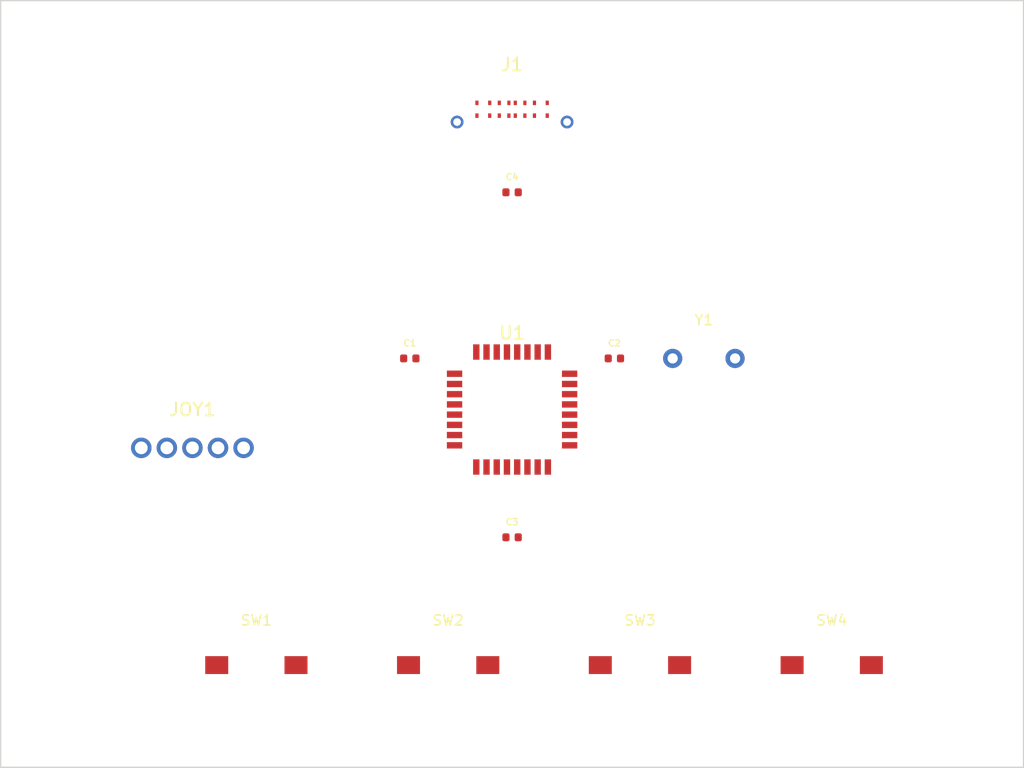
<source format=kicad_pcb>
(kicad_pcb (version 20240108) (generator "kicad-tools-demo") (generator_version "8.0")
  (layers (0 "F.Cu" signal) (31 "B.Cu" signal) (34 "B.Paste" user) (35 "F.Paste" user) (36 "B.SilkS" user "B.Silkscreen") (37 "F.SilkS" user "F.Silkscreen") (38 "B.Mask" user) (39 "F.Mask" user) (44 "Edge.Cuts" user))
  (net 0 "")
  (net 1 "VBUS")
  (net 2 "VCC")
  (net 3 "GND")
  (net 4 "USB_D+")
  (net 5 "USB_D-")
  (net 6 "USB_CC1")
  (net 7 "USB_CC2")
  (net 8 "JOY_X")
  (net 9 "JOY_Y")
  (net 10 "JOY_BTN")
  (net 11 "BTN1")
  (net 12 "BTN2")
  (net 13 "BTN3")
  (net 14 "BTN4")
  (net 15 "XTAL1")
  (net 16 "XTAL2")
  (gr_rect (start 100.0 100.0) (end 180.0 160.0) (stroke (width 0.1)) (fill none) (layer "Edge.Cuts"))
  (footprint "Package_QFP:TQFP-32_7x7mm_P0.8mm" (layer "F.Cu") (at 140.0 132.0)
    (fp_text reference "U1" (at 0 -6) (layer "F.SilkS"))
    (fp_text value "MCU")
    (pad "1" smd rect (at -4.500 -2.800) (size 1.2 0.5) (layers "F.Cu" "F.Paste" "F.Mask") (net 3 "GND"))
    (pad "2" smd rect (at -4.500 -2.000) (size 1.2 0.5) (layers "F.Cu" "F.Paste" "F.Mask") (net 15 "XTAL1"))
    (pad "3" smd rect (at -4.500 -1.200) (size 1.2 0.5) (layers "F.Cu" "F.Paste" "F.Mask") (net 16 "XTAL2"))
    (pad "4" smd rect (at -4.500 -0.400) (size 1.2 0.5) (layers "F.Cu" "F.Paste" "F.Mask") (net 2 "VCC"))
    (pad "5" smd rect (at -4.500 0.400) (size 1.2 0.5) (layers "F.Cu" "F.Paste" "F.Mask"))
    (pad "6" smd rect (at -4.500 1.200) (size 1.2 0.5) (layers "F.Cu" "F.Paste" "F.Mask"))
    (pad "7" smd rect (at -4.500 2.000) (size 1.2 0.5) (layers "F.Cu" "F.Paste" "F.Mask") (net 3 "GND"))
    (pad "8" smd rect (at -4.500 2.800) (size 1.2 0.5) (layers "F.Cu" "F.Paste" "F.Mask") (net 2 "VCC"))
    (pad "9" smd rect (at -2.800 4.500) (size 0.5 1.2) (layers "F.Cu" "F.Paste" "F.Mask") (net 8 "JOY_X"))
    (pad "10" smd rect (at -2.000 4.500) (size 0.5 1.2) (layers "F.Cu" "F.Paste" "F.Mask") (net 9 "JOY_Y"))
    (pad "11" smd rect (at -1.200 4.500) (size 0.5 1.2) (layers "F.Cu" "F.Paste" "F.Mask") (net 10 "JOY_BTN"))
    (pad "12" smd rect (at -0.400 4.500) (size 0.5 1.2) (layers "F.Cu" "F.Paste" "F.Mask") (net 11 "BTN1"))
    (pad "13" smd rect (at 0.400 4.500) (size 0.5 1.2) (layers "F.Cu" "F.Paste" "F.Mask") (net 12 "BTN2"))
    (pad "14" smd rect (at 1.200 4.500) (size 0.5 1.2) (layers "F.Cu" "F.Paste" "F.Mask") (net 13 "BTN3"))
    (pad "15" smd rect (at 2.000 4.500) (size 0.5 1.2) (layers "F.Cu" "F.Paste" "F.Mask") (net 14 "BTN4"))
    (pad "16" smd rect (at 2.800 4.500) (size 0.5 1.2) (layers "F.Cu" "F.Paste" "F.Mask") (net 3 "GND"))
    (pad "17" smd rect (at 4.500 -2.800) (size 1.2 0.5) (layers "F.Cu" "F.Paste" "F.Mask") (net 2 "VCC"))
    (pad "18" smd rect (at 4.500 -2.000) (size 1.2 0.5) (layers "F.Cu" "F.Paste" "F.Mask"))
    (pad "19" smd rect (at 4.500 -1.200) (size 1.2 0.5) (layers "F.Cu" "F.Paste" "F.Mask"))
    (pad "20" smd rect (at 4.500 -0.400) (size 1.2 0.5) (layers "F.Cu" "F.Paste" "F.Mask"))
    (pad "21" smd rect (at 4.500 0.400) (size 1.2 0.5) (layers "F.Cu" "F.Paste" "F.Mask"))
    (pad "22" smd rect (at 4.500 1.200) (size 1.2 0.5) (layers "F.Cu" "F.Paste" "F.Mask"))
    (pad "23" smd rect (at 4.500 2.000) (size 1.2 0.5) (layers "F.Cu" "F.Paste" "F.Mask") (net 3 "GND"))
    (pad "24" smd rect (at 4.500 2.800) (size 1.2 0.5) (layers "F.Cu" "F.Paste" "F.Mask") (net 2 "VCC"))
    (pad "25" smd rect (at 2.800 -4.500) (size 0.5 1.2) (layers "F.Cu" "F.Paste" "F.Mask") (net 3 "GND"))
    (pad "26" smd rect (at 2.000 -4.500) (size 0.5 1.2) (layers "F.Cu" "F.Paste" "F.Mask") (net 7 "USB_CC2"))
    (pad "27" smd rect (at 1.200 -4.500) (size 0.5 1.2) (layers "F.Cu" "F.Paste" "F.Mask") (net 6 "USB_CC1"))
    (pad "28" smd rect (at 0.400 -4.500) (size 0.5 1.2) (layers "F.Cu" "F.Paste" "F.Mask") (net 5 "USB_D-"))
    (pad "29" smd rect (at -0.400 -4.500) (size 0.5 1.2) (layers "F.Cu" "F.Paste" "F.Mask") (net 4 "USB_D+"))
    (pad "30" smd rect (at -1.200 -4.500) (size 0.5 1.2) (layers "F.Cu" "F.Paste" "F.Mask") (net 1 "VBUS"))
    (pad "31" smd rect (at -2.000 -4.500) (size 0.5 1.2) (layers "F.Cu" "F.Paste" "F.Mask"))
    (pad "32" smd rect (at -2.800 -4.500) (size 0.5 1.2) (layers "F.Cu" "F.Paste" "F.Mask") (net 3 "GND"))
  )
  (footprint "Connector_USB:USB_C_Receptacle_GCT_USB4105" (layer "F.Cu") (at 140.0 108.0)
    (fp_text reference "J1" (at 0 -3) (layer "F.SilkS"))
    (fp_text value "USB-C")
    (pad "A1" smd rect (at -2.75 0.00) (size 0.25 0.35) (layers "F.Cu" "F.Paste" "F.Mask") (net 3 "GND"))
    (pad "A4" smd rect (at -1.75 0.00) (size 0.25 0.35) (layers "F.Cu" "F.Paste" "F.Mask") (net 1 "VBUS"))
    (pad "A5" smd rect (at -1.00 0.00) (size 0.25 0.35) (layers "F.Cu" "F.Paste" "F.Mask") (net 6 "USB_CC1"))
    (pad "A6" smd rect (at -0.25 0.00) (size 0.25 0.35) (layers "F.Cu" "F.Paste" "F.Mask") (net 4 "USB_D+"))
    (pad "A7" smd rect (at 0.25 0.00) (size 0.25 0.35) (layers "F.Cu" "F.Paste" "F.Mask") (net 5 "USB_D-"))
    (pad "A8" smd rect (at 1.00 0.00) (size 0.25 0.35) (layers "F.Cu" "F.Paste" "F.Mask"))
    (pad "A9" smd rect (at 1.75 0.00) (size 0.25 0.35) (layers "F.Cu" "F.Paste" "F.Mask") (net 1 "VBUS"))
    (pad "A12" smd rect (at 2.75 0.00) (size 0.25 0.35) (layers "F.Cu" "F.Paste" "F.Mask") (net 3 "GND"))
    (pad "B1" smd rect (at 2.75 1.00) (size 0.25 0.35) (layers "F.Cu" "F.Paste" "F.Mask") (net 3 "GND"))
    (pad "B4" smd rect (at 1.75 1.00) (size 0.25 0.35) (layers "F.Cu" "F.Paste" "F.Mask") (net 1 "VBUS"))
    (pad "B5" smd rect (at 1.00 1.00) (size 0.25 0.35) (layers "F.Cu" "F.Paste" "F.Mask") (net 7 "USB_CC2"))
    (pad "B6" smd rect (at 0.25 1.00) (size 0.25 0.35) (layers "F.Cu" "F.Paste" "F.Mask") (net 4 "USB_D+"))
    (pad "B7" smd rect (at -0.25 1.00) (size 0.25 0.35) (layers "F.Cu" "F.Paste" "F.Mask") (net 5 "USB_D-"))
    (pad "B8" smd rect (at -1.00 1.00) (size 0.25 0.35) (layers "F.Cu" "F.Paste" "F.Mask"))
    (pad "B9" smd rect (at -1.75 1.00) (size 0.25 0.35) (layers "F.Cu" "F.Paste" "F.Mask") (net 1 "VBUS"))
    (pad "B12" smd rect (at -2.75 1.00) (size 0.25 0.35) (layers "F.Cu" "F.Paste" "F.Mask") (net 3 "GND"))
    (pad "S1" thru_hole circle (at -4.3 1.5) (size 1.0 1.0) (drill 0.6) (layers "*.Cu" "*.Mask") (net 3 "GND"))
    (pad "S2" thru_hole circle (at 4.3 1.5) (size 1.0 1.0) (drill 0.6) (layers "*.Cu" "*.Mask") (net 3 "GND"))
  )
  (footprint "Module:Joystick_Analog" (layer "F.Cu") (at 115.0 135.0)
    (fp_text reference "JOY1" (at 0 -3) (layer "F.SilkS"))
    (fp_text value "Joystick")
    (pad "1" thru_hole circle (at -4 0) (size 1.6 1.6) (drill 1.0) (layers "*.Cu" "*.Mask") (net 3 "GND"))
    (pad "2" thru_hole circle (at -2 0) (size 1.6 1.6) (drill 1.0) (layers "*.Cu" "*.Mask") (net 2 "VCC"))
    (pad "3" thru_hole circle (at 0 0) (size 1.6 1.6) (drill 1.0) (layers "*.Cu" "*.Mask") (net 8 "JOY_X"))
    (pad "4" thru_hole circle (at 2 0) (size 1.6 1.6) (drill 1.0) (layers "*.Cu" "*.Mask") (net 9 "JOY_Y"))
    (pad "5" thru_hole circle (at 4 0) (size 1.6 1.6) (drill 1.0) (layers "*.Cu" "*.Mask") (net 10 "JOY_BTN"))
  )
  (footprint "Crystal:Crystal_HC49-U_Vertical" (layer "F.Cu") (at 155.0 128.0)
    (fp_text reference "Y1" (at 0 -3) (layer "F.SilkS") (effects (font (size 0.8 0.8) (thickness 0.12))))
    (fp_text value "16MHz")
    (pad "1" thru_hole circle (at -2.44 0) (size 1.5 1.5) (drill 0.8) (layers "*.Cu" "*.Mask") (net 15 "XTAL1"))
    (pad "2" thru_hole circle (at 2.44 0) (size 1.5 1.5) (drill 0.8) (layers "*.Cu" "*.Mask") (net 16 "XTAL2"))
  )
  (footprint "Button_Switch_SMD:SW_SPST_TL3342" (layer "F.Cu") (at 120.0 152.0)
    (fp_text reference "SW1" (at 0 -3.5) (layer "F.SilkS") (effects (font (size 0.8 0.8) (thickness 0.12))))
    (fp_text value "Button")
    (pad "1" smd rect (at -3.1 0) (size 1.8 1.4) (layers "F.Cu" "F.Paste" "F.Mask") (net 11 "BTN1"))
    (pad "2" smd rect (at 3.1 0) (size 1.8 1.4) (layers "F.Cu" "F.Paste" "F.Mask") (net 3 "GND"))
  )
  (footprint "Button_Switch_SMD:SW_SPST_TL3342" (layer "F.Cu") (at 135.0 152.0)
    (fp_text reference "SW2" (at 0 -3.5) (layer "F.SilkS") (effects (font (size 0.8 0.8) (thickness 0.12))))
    (fp_text value "Button")
    (pad "1" smd rect (at -3.1 0) (size 1.8 1.4) (layers "F.Cu" "F.Paste" "F.Mask") (net 12 "BTN2"))
    (pad "2" smd rect (at 3.1 0) (size 1.8 1.4) (layers "F.Cu" "F.Paste" "F.Mask") (net 3 "GND"))
  )
  (footprint "Button_Switch_SMD:SW_SPST_TL3342" (layer "F.Cu") (at 150.0 152.0)
    (fp_text reference "SW3" (at 0 -3.5) (layer "F.SilkS") (effects (font (size 0.8 0.8) (thickness 0.12))))
    (fp_text value "Button")
    (pad "1" smd rect (at -3.1 0) (size 1.8 1.4) (layers "F.Cu" "F.Paste" "F.Mask") (net 13 "BTN3"))
    (pad "2" smd rect (at 3.1 0) (size 1.8 1.4) (layers "F.Cu" "F.Paste" "F.Mask") (net 3 "GND"))
  )
  (footprint "Button_Switch_SMD:SW_SPST_TL3342" (layer "F.Cu") (at 165.0 152.0)
    (fp_text reference "SW4" (at 0 -3.5) (layer "F.SilkS") (effects (font (size 0.8 0.8) (thickness 0.12))))
    (fp_text value "Button")
    (pad "1" smd rect (at -3.1 0) (size 1.8 1.4) (layers "F.Cu" "F.Paste" "F.Mask") (net 14 "BTN4"))
    (pad "2" smd rect (at 3.1 0) (size 1.8 1.4) (layers "F.Cu" "F.Paste" "F.Mask") (net 3 "GND"))
  )
  (footprint "Capacitor_SMD:C_0402_1005Metric" (layer "F.Cu") (at 132.0 128.0)
    (fp_text reference "C1" (at 0 -1.2) (layer "F.SilkS") (effects (font (size 0.5 0.5) (thickness 0.1))))
    (fp_text value "100nF")
    (pad "1" smd roundrect (at -0.48 0) (size 0.56 0.62) (layers "F.Cu" "F.Paste" "F.Mask") (net 2 "VCC"))
    (pad "2" smd roundrect (at 0.48 0) (size 0.56 0.62) (layers "F.Cu" "F.Paste" "F.Mask") (net 3 "GND"))
  )
  (footprint "Capacitor_SMD:C_0402_1005Metric" (layer "F.Cu") (at 148.0 128.0)
    (fp_text reference "C2" (at 0 -1.2) (layer "F.SilkS") (effects (font (size 0.5 0.5) (thickness 0.1))))
    (fp_text value "100nF")
    (pad "1" smd roundrect (at -0.48 0) (size 0.56 0.62) (layers "F.Cu" "F.Paste" "F.Mask") (net 2 "VCC"))
    (pad "2" smd roundrect (at 0.48 0) (size 0.56 0.62) (layers "F.Cu" "F.Paste" "F.Mask") (net 3 "GND"))
  )
  (footprint "Capacitor_SMD:C_0402_1005Metric" (layer "F.Cu") (at 140.0 142.0)
    (fp_text reference "C3" (at 0 -1.2) (layer "F.SilkS") (effects (font (size 0.5 0.5) (thickness 0.1))))
    (fp_text value "100nF")
    (pad "1" smd roundrect (at -0.48 0) (size 0.56 0.62) (layers "F.Cu" "F.Paste" "F.Mask") (net 2 "VCC"))
    (pad "2" smd roundrect (at 0.48 0) (size 0.56 0.62) (layers "F.Cu" "F.Paste" "F.Mask") (net 3 "GND"))
  )
  (footprint "Capacitor_SMD:C_0402_1005Metric" (layer "F.Cu") (at 140.0 115.0)
    (fp_text reference "C4" (at 0 -1.2) (layer "F.SilkS") (effects (font (size 0.5 0.5) (thickness 0.1))))
    (fp_text value "100nF")
    (pad "1" smd roundrect (at -0.48 0) (size 0.56 0.62) (layers "F.Cu" "F.Paste" "F.Mask") (net 1 "VBUS"))
    (pad "2" smd roundrect (at 0.48 0) (size 0.56 0.62) (layers "F.Cu" "F.Paste" "F.Mask") (net 3 "GND"))
  )
)
</source>
